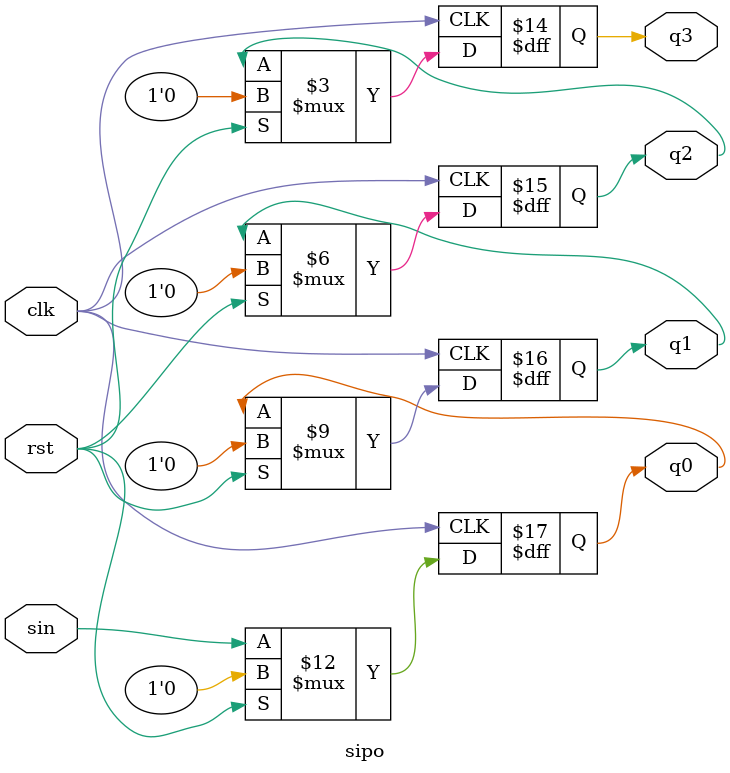
<source format=v>
module sipo (clk,rst,q3,q2,q1,q0,sin);
input clk,rst,sin;
output reg q3,q2,q1,q0;
always @(negedge clk) begin
if(rst)begin
q0<=1'b0;
q1<=1'b0;
q2<=1'b0;
q3<=1'b0;
end
else begin
q0<=sin;
q1<=q0;
q2<=q1;
q3<=q2;
end
end
endmodule

</source>
